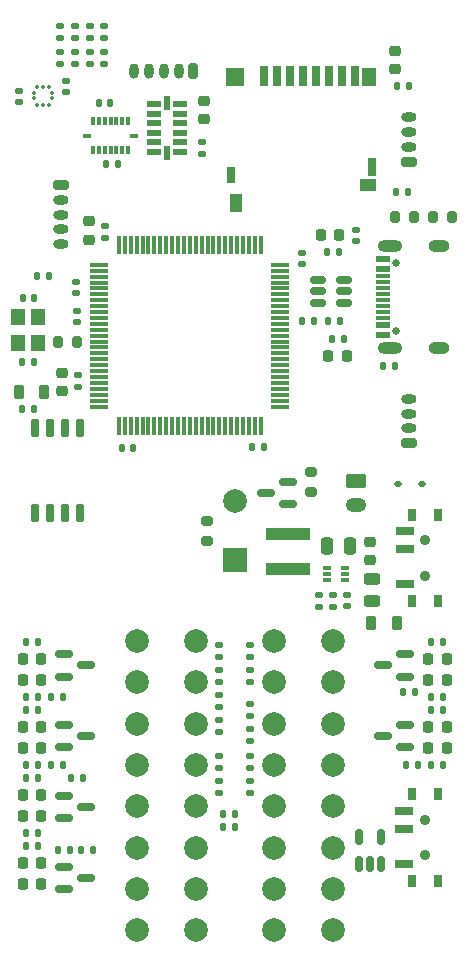
<source format=gts>
%TF.GenerationSoftware,KiCad,Pcbnew,7.0.2-0*%
%TF.CreationDate,2023-11-23T12:17:07+01:00*%
%TF.ProjectId,Flight Computer,466c6967-6874-4204-936f-6d7075746572,1.1*%
%TF.SameCoordinates,Original*%
%TF.FileFunction,Soldermask,Top*%
%TF.FilePolarity,Negative*%
%FSLAX46Y46*%
G04 Gerber Fmt 4.6, Leading zero omitted, Abs format (unit mm)*
G04 Created by KiCad (PCBNEW 7.0.2-0) date 2023-11-23 12:17:07*
%MOMM*%
%LPD*%
G01*
G04 APERTURE LIST*
G04 Aperture macros list*
%AMRoundRect*
0 Rectangle with rounded corners*
0 $1 Rounding radius*
0 $2 $3 $4 $5 $6 $7 $8 $9 X,Y pos of 4 corners*
0 Add a 4 corners polygon primitive as box body*
4,1,4,$2,$3,$4,$5,$6,$7,$8,$9,$2,$3,0*
0 Add four circle primitives for the rounded corners*
1,1,$1+$1,$2,$3*
1,1,$1+$1,$4,$5*
1,1,$1+$1,$6,$7*
1,1,$1+$1,$8,$9*
0 Add four rect primitives between the rounded corners*
20,1,$1+$1,$2,$3,$4,$5,0*
20,1,$1+$1,$4,$5,$6,$7,0*
20,1,$1+$1,$6,$7,$8,$9,0*
20,1,$1+$1,$8,$9,$2,$3,0*%
G04 Aperture macros list end*
%ADD10RoundRect,0.218750X-0.218750X-0.256250X0.218750X-0.256250X0.218750X0.256250X-0.218750X0.256250X0*%
%ADD11RoundRect,0.135000X-0.135000X-0.185000X0.135000X-0.185000X0.135000X0.185000X-0.135000X0.185000X0*%
%ADD12RoundRect,0.150000X-0.587500X-0.150000X0.587500X-0.150000X0.587500X0.150000X-0.587500X0.150000X0*%
%ADD13RoundRect,0.200000X-0.275000X0.200000X-0.275000X-0.200000X0.275000X-0.200000X0.275000X0.200000X0*%
%ADD14RoundRect,0.135000X-0.185000X0.135000X-0.185000X-0.135000X0.185000X-0.135000X0.185000X0.135000X0*%
%ADD15RoundRect,0.150000X0.587500X0.150000X-0.587500X0.150000X-0.587500X-0.150000X0.587500X-0.150000X0*%
%ADD16RoundRect,0.218750X0.218750X0.256250X-0.218750X0.256250X-0.218750X-0.256250X0.218750X-0.256250X0*%
%ADD17RoundRect,0.225000X0.250000X-0.225000X0.250000X0.225000X-0.250000X0.225000X-0.250000X-0.225000X0*%
%ADD18RoundRect,0.135000X0.185000X-0.135000X0.185000X0.135000X-0.185000X0.135000X-0.185000X-0.135000X0*%
%ADD19RoundRect,0.200000X0.200000X0.275000X-0.200000X0.275000X-0.200000X-0.275000X0.200000X-0.275000X0*%
%ADD20RoundRect,0.140000X0.140000X0.170000X-0.140000X0.170000X-0.140000X-0.170000X0.140000X-0.170000X0*%
%ADD21RoundRect,0.243750X0.456250X-0.243750X0.456250X0.243750X-0.456250X0.243750X-0.456250X-0.243750X0*%
%ADD22RoundRect,0.225000X-0.250000X0.225000X-0.250000X-0.225000X0.250000X-0.225000X0.250000X0.225000X0*%
%ADD23RoundRect,0.140000X-0.140000X-0.170000X0.140000X-0.170000X0.140000X0.170000X-0.140000X0.170000X0*%
%ADD24R,0.800000X1.000000*%
%ADD25C,0.900000*%
%ADD26R,1.500000X0.700000*%
%ADD27RoundRect,0.140000X0.170000X-0.140000X0.170000X0.140000X-0.170000X0.140000X-0.170000X-0.140000X0*%
%ADD28RoundRect,0.218750X0.218750X0.381250X-0.218750X0.381250X-0.218750X-0.381250X0.218750X-0.381250X0*%
%ADD29RoundRect,0.200000X0.450000X-0.200000X0.450000X0.200000X-0.450000X0.200000X-0.450000X-0.200000X0*%
%ADD30O,1.300000X0.800000*%
%ADD31RoundRect,0.140000X-0.170000X0.140000X-0.170000X-0.140000X0.170000X-0.140000X0.170000X0.140000X0*%
%ADD32RoundRect,0.135000X0.135000X0.185000X-0.135000X0.185000X-0.135000X-0.185000X0.135000X-0.185000X0*%
%ADD33R,3.700000X1.100000*%
%ADD34RoundRect,0.112500X-0.187500X-0.112500X0.187500X-0.112500X0.187500X0.112500X-0.187500X0.112500X0*%
%ADD35RoundRect,0.075000X-0.725000X-0.075000X0.725000X-0.075000X0.725000X0.075000X-0.725000X0.075000X0*%
%ADD36RoundRect,0.075000X-0.075000X-0.725000X0.075000X-0.725000X0.075000X0.725000X-0.075000X0.725000X0*%
%ADD37C,0.650000*%
%ADD38R,1.240000X0.600000*%
%ADD39R,1.240000X0.300000*%
%ADD40O,2.100000X1.000000*%
%ADD41O,1.800000X1.000000*%
%ADD42RoundRect,0.150000X0.150000X-0.512500X0.150000X0.512500X-0.150000X0.512500X-0.150000X-0.512500X0*%
%ADD43RoundRect,0.200000X0.200000X0.450000X-0.200000X0.450000X-0.200000X-0.450000X0.200000X-0.450000X0*%
%ADD44O,0.800000X1.300000*%
%ADD45RoundRect,0.150000X0.512500X0.150000X-0.512500X0.150000X-0.512500X-0.150000X0.512500X-0.150000X0*%
%ADD46R,0.700000X1.750000*%
%ADD47R,1.450000X1.000000*%
%ADD48R,1.000000X1.550000*%
%ADD49R,0.800000X1.500000*%
%ADD50R,1.300000X1.500000*%
%ADD51R,1.500000X1.500000*%
%ADD52R,0.800000X1.400000*%
%ADD53RoundRect,0.200000X0.275000X-0.200000X0.275000X0.200000X-0.275000X0.200000X-0.275000X-0.200000X0*%
%ADD54RoundRect,0.200000X-0.200000X-0.275000X0.200000X-0.275000X0.200000X0.275000X-0.200000X0.275000X0*%
%ADD55R,1.200000X1.400000*%
%ADD56RoundRect,0.012500X0.112500X-0.325000X0.112500X0.325000X-0.112500X0.325000X-0.112500X-0.325000X0*%
%ADD57RoundRect,0.012500X0.325000X-0.112500X0.325000X0.112500X-0.325000X0.112500X-0.325000X-0.112500X0*%
%ADD58RoundRect,0.200000X-0.450000X0.200000X-0.450000X-0.200000X0.450000X-0.200000X0.450000X0.200000X0*%
%ADD59RoundRect,0.250000X-0.250000X-0.475000X0.250000X-0.475000X0.250000X0.475000X-0.250000X0.475000X0*%
%ADD60RoundRect,0.012500X0.125000X-0.112500X0.125000X0.112500X-0.125000X0.112500X-0.125000X-0.112500X0*%
%ADD61RoundRect,0.012500X0.112500X-0.125000X0.112500X0.125000X-0.112500X0.125000X-0.112500X-0.125000X0*%
%ADD62RoundRect,0.027500X0.545000X0.247500X-0.545000X0.247500X-0.545000X-0.247500X0.545000X-0.247500X0*%
%ADD63RoundRect,0.027500X0.247500X0.545000X-0.247500X0.545000X-0.247500X-0.545000X0.247500X-0.545000X0*%
%ADD64RoundRect,0.150000X0.150000X-0.650000X0.150000X0.650000X-0.150000X0.650000X-0.150000X-0.650000X0*%
%ADD65R,0.700000X0.340000*%
%ADD66RoundRect,0.250000X-0.625000X0.350000X-0.625000X-0.350000X0.625000X-0.350000X0.625000X0.350000X0*%
%ADD67O,1.750000X1.200000*%
%ADD68C,2.000000*%
%ADD69R,2.000000X2.000000*%
G04 APERTURE END LIST*
D10*
%TO.C,D12*%
X85552500Y-73000000D03*
X87127500Y-73000000D03*
%TD*%
D11*
%TO.C,R3*%
X86750000Y-40490000D03*
X87770000Y-40490000D03*
%TD*%
D10*
%TO.C,D8*%
X85552500Y-80500000D03*
X87127500Y-80500000D03*
%TD*%
D12*
%TO.C,Q2*%
X89062500Y-90550000D03*
X89062500Y-92450000D03*
X90937500Y-91500000D03*
%TD*%
D13*
%TO.C,R18*%
X109950000Y-57135000D03*
X109950000Y-58785000D03*
%TD*%
D14*
%TO.C,R14*%
X104800000Y-78890000D03*
X104800000Y-79910000D03*
%TD*%
D15*
%TO.C,Q1*%
X108037500Y-59860000D03*
X108037500Y-57960000D03*
X106162500Y-58910000D03*
%TD*%
D10*
%TO.C,D9*%
X85552500Y-90250000D03*
X87127500Y-90250000D03*
%TD*%
D16*
%TO.C,D2*%
X112347500Y-37080000D03*
X110772500Y-37080000D03*
%TD*%
D14*
%TO.C,R13*%
X104800000Y-76790000D03*
X104800000Y-77810000D03*
%TD*%
D17*
%TO.C,C26*%
X114940000Y-64595000D03*
X114940000Y-63045000D03*
%TD*%
D18*
%TO.C,R9*%
X102200000Y-79110000D03*
X102200000Y-78090000D03*
%TD*%
D11*
%TO.C,R19*%
X116090000Y-48182500D03*
X117110000Y-48182500D03*
%TD*%
D10*
%TO.C,D10*%
X85552500Y-84500000D03*
X87127500Y-84500000D03*
%TD*%
D19*
%TO.C,R2*%
X90175000Y-46107500D03*
X88525000Y-46107500D03*
%TD*%
D11*
%TO.C,R59*%
X120150000Y-71500000D03*
X121170000Y-71500000D03*
%TD*%
D20*
%TO.C,C10*%
X86480000Y-47782500D03*
X85520000Y-47782500D03*
%TD*%
D21*
%TO.C,F2*%
X115090000Y-68077500D03*
X115090000Y-66202500D03*
%TD*%
D22*
%TO.C,C1*%
X100910000Y-25715000D03*
X100910000Y-27265000D03*
%TD*%
D23*
%TO.C,C8*%
X92020000Y-25870000D03*
X92980000Y-25870000D03*
%TD*%
D20*
%TO.C,C15*%
X94930000Y-55070000D03*
X93970000Y-55070000D03*
%TD*%
D11*
%TO.C,R47*%
X85830000Y-88750000D03*
X86850000Y-88750000D03*
%TD*%
D14*
%TO.C,R15*%
X102200000Y-71790000D03*
X102200000Y-72810000D03*
%TD*%
D18*
%TO.C,R35*%
X104800000Y-82210000D03*
X104800000Y-81190000D03*
%TD*%
%TO.C,R1*%
X111810000Y-68570000D03*
X111810000Y-67550000D03*
%TD*%
D24*
%TO.C,SW1*%
X118530000Y-68050000D03*
X120740000Y-68050000D03*
D25*
X119640000Y-65900000D03*
X119640000Y-62900000D03*
D24*
X118530000Y-60750000D03*
X120740000Y-60750000D03*
D26*
X117880000Y-66650000D03*
X117880000Y-63650000D03*
X117880000Y-62150000D03*
%TD*%
D16*
%TO.C,D4*%
X121447500Y-74750000D03*
X119872500Y-74750000D03*
%TD*%
D19*
%TO.C,R21*%
X118700000Y-35570000D03*
X117050000Y-35570000D03*
%TD*%
D18*
%TO.C,R53*%
X91250000Y-20390000D03*
X91250000Y-19370000D03*
%TD*%
D27*
%TO.C,C25*%
X113800000Y-37560000D03*
X113800000Y-36600000D03*
%TD*%
D28*
%TO.C,FB1*%
X87362500Y-50332500D03*
X85237500Y-50332500D03*
%TD*%
D29*
%TO.C,J8*%
X118270000Y-54690000D03*
D30*
X118270000Y-53440000D03*
X118270000Y-52190000D03*
X118270000Y-50940000D03*
%TD*%
D27*
%TO.C,C16*%
X90200000Y-49887500D03*
X90200000Y-48927500D03*
%TD*%
D11*
%TO.C,R37*%
X120150000Y-76150000D03*
X121170000Y-76150000D03*
%TD*%
D31*
%TO.C,C3*%
X89230000Y-23990000D03*
X89230000Y-24950000D03*
%TD*%
D32*
%TO.C,R46*%
X110180000Y-44350000D03*
X109160000Y-44350000D03*
%TD*%
D14*
%TO.C,R5*%
X110610000Y-67550000D03*
X110610000Y-68570000D03*
%TD*%
D32*
%TO.C,R17*%
X112720000Y-45850000D03*
X111700000Y-45850000D03*
%TD*%
D33*
%TO.C,L3*%
X108050000Y-65340000D03*
X108050000Y-62340000D03*
%TD*%
D11*
%TO.C,R58*%
X85830000Y-71500000D03*
X86850000Y-71500000D03*
%TD*%
D34*
%TO.C,D15*%
X117300000Y-58150000D03*
X119400000Y-58150000D03*
%TD*%
D16*
%TO.C,D13*%
X121447500Y-73000000D03*
X119872500Y-73000000D03*
%TD*%
D35*
%TO.C,U1*%
X92025000Y-39582500D03*
X92025000Y-40082500D03*
X92025000Y-40582500D03*
X92025000Y-41082500D03*
X92025000Y-41582500D03*
X92025000Y-42082500D03*
X92025000Y-42582500D03*
X92025000Y-43082500D03*
X92025000Y-43582500D03*
X92025000Y-44082500D03*
X92025000Y-44582500D03*
X92025000Y-45082500D03*
X92025000Y-45582500D03*
X92025000Y-46082500D03*
X92025000Y-46582500D03*
X92025000Y-47082500D03*
X92025000Y-47582500D03*
X92025000Y-48082500D03*
X92025000Y-48582500D03*
X92025000Y-49082500D03*
X92025000Y-49582500D03*
X92025000Y-50082500D03*
X92025000Y-50582500D03*
X92025000Y-51082500D03*
X92025000Y-51582500D03*
D36*
X93700000Y-53257500D03*
X94200000Y-53257500D03*
X94700000Y-53257500D03*
X95200000Y-53257500D03*
X95700000Y-53257500D03*
X96200000Y-53257500D03*
X96700000Y-53257500D03*
X97200000Y-53257500D03*
X97700000Y-53257500D03*
X98200000Y-53257500D03*
X98700000Y-53257500D03*
X99200000Y-53257500D03*
X99700000Y-53257500D03*
X100200000Y-53257500D03*
X100700000Y-53257500D03*
X101200000Y-53257500D03*
X101700000Y-53257500D03*
X102200000Y-53257500D03*
X102700000Y-53257500D03*
X103200000Y-53257500D03*
X103700000Y-53257500D03*
X104200000Y-53257500D03*
X104700000Y-53257500D03*
X105200000Y-53257500D03*
X105700000Y-53257500D03*
D35*
X107375000Y-51582500D03*
X107375000Y-51082500D03*
X107375000Y-50582500D03*
X107375000Y-50082500D03*
X107375000Y-49582500D03*
X107375000Y-49082500D03*
X107375000Y-48582500D03*
X107375000Y-48082500D03*
X107375000Y-47582500D03*
X107375000Y-47082500D03*
X107375000Y-46582500D03*
X107375000Y-46082500D03*
X107375000Y-45582500D03*
X107375000Y-45082500D03*
X107375000Y-44582500D03*
X107375000Y-44082500D03*
X107375000Y-43582500D03*
X107375000Y-43082500D03*
X107375000Y-42582500D03*
X107375000Y-42082500D03*
X107375000Y-41582500D03*
X107375000Y-41082500D03*
X107375000Y-40582500D03*
X107375000Y-40082500D03*
X107375000Y-39582500D03*
D36*
X105700000Y-37907500D03*
X105200000Y-37907500D03*
X104700000Y-37907500D03*
X104200000Y-37907500D03*
X103700000Y-37907500D03*
X103200000Y-37907500D03*
X102700000Y-37907500D03*
X102200000Y-37907500D03*
X101700000Y-37907500D03*
X101200000Y-37907500D03*
X100700000Y-37907500D03*
X100200000Y-37907500D03*
X99700000Y-37907500D03*
X99200000Y-37907500D03*
X98700000Y-37907500D03*
X98200000Y-37907500D03*
X97700000Y-37907500D03*
X97200000Y-37907500D03*
X96700000Y-37907500D03*
X96200000Y-37907500D03*
X95700000Y-37907500D03*
X95200000Y-37907500D03*
X94700000Y-37907500D03*
X94200000Y-37907500D03*
X93700000Y-37907500D03*
%TD*%
D16*
%TO.C,D5*%
X121447500Y-80500000D03*
X119872500Y-80500000D03*
%TD*%
D17*
%TO.C,C7*%
X91200000Y-37445000D03*
X91200000Y-35895000D03*
%TD*%
D32*
%TO.C,R39*%
X86850000Y-76150000D03*
X85830000Y-76150000D03*
%TD*%
D20*
%TO.C,C29*%
X86480000Y-51820000D03*
X85520000Y-51820000D03*
%TD*%
D32*
%TO.C,R27*%
X118160000Y-33432500D03*
X117140000Y-33432500D03*
%TD*%
D11*
%TO.C,R38*%
X120150000Y-81900000D03*
X121170000Y-81900000D03*
%TD*%
%TO.C,R33*%
X87920000Y-81900000D03*
X88940000Y-81900000D03*
%TD*%
D32*
%TO.C,R40*%
X86850000Y-87650000D03*
X85830000Y-87650000D03*
%TD*%
D37*
%TO.C,J7*%
X117160000Y-45212500D03*
X117160000Y-39432500D03*
D38*
X116040000Y-45522500D03*
X116040000Y-44722500D03*
D39*
X116040000Y-43572500D03*
X116040000Y-42572500D03*
X116040000Y-42072500D03*
X116040000Y-41072500D03*
D38*
X116040000Y-39922500D03*
X116040000Y-39122500D03*
X116040000Y-39122500D03*
X116040000Y-39922500D03*
D39*
X116040000Y-40572500D03*
X116040000Y-41572500D03*
X116040000Y-43072500D03*
X116040000Y-44072500D03*
D38*
X116040000Y-44722500D03*
X116040000Y-45522500D03*
D40*
X116640000Y-46642500D03*
D41*
X120840000Y-46642500D03*
D40*
X116640000Y-38002500D03*
D41*
X120840000Y-38002500D03*
%TD*%
D32*
%TO.C,R30*%
X118730000Y-75790000D03*
X117710000Y-75790000D03*
%TD*%
D14*
%TO.C,R12*%
X104800000Y-73890000D03*
X104800000Y-74910000D03*
%TD*%
D31*
%TO.C,C12*%
X109160000Y-38560000D03*
X109160000Y-39520000D03*
%TD*%
D28*
%TO.C,FB3*%
X117202500Y-69900000D03*
X115077500Y-69900000D03*
%TD*%
D42*
%TO.C,U8*%
X114020000Y-90337500D03*
X114970000Y-90337500D03*
X115920000Y-90337500D03*
X115920000Y-88062500D03*
X114020000Y-88062500D03*
%TD*%
D18*
%TO.C,R48*%
X92460000Y-22590000D03*
X92460000Y-21570000D03*
%TD*%
%TO.C,R8*%
X102200000Y-82210000D03*
X102200000Y-81190000D03*
%TD*%
D16*
%TO.C,D14*%
X121447500Y-78750000D03*
X119872500Y-78750000D03*
%TD*%
D10*
%TO.C,D11*%
X85552500Y-78750000D03*
X87127500Y-78750000D03*
%TD*%
D15*
%TO.C,Q7*%
X117937500Y-80450000D03*
X117937500Y-78550000D03*
X116062500Y-79500000D03*
%TD*%
D27*
%TO.C,C9*%
X90100000Y-42012500D03*
X90100000Y-41052500D03*
%TD*%
D10*
%TO.C,D3*%
X85552500Y-92000000D03*
X87127500Y-92000000D03*
%TD*%
D27*
%TO.C,C4*%
X85200000Y-25820000D03*
X85200000Y-24860000D03*
%TD*%
D18*
%TO.C,R49*%
X92460000Y-20390000D03*
X92460000Y-19370000D03*
%TD*%
D17*
%TO.C,C24*%
X88850000Y-50282500D03*
X88850000Y-48732500D03*
%TD*%
D14*
%TO.C,R16*%
X102200000Y-73890000D03*
X102200000Y-74910000D03*
%TD*%
D43*
%TO.C,J3*%
X100000000Y-23200000D03*
D44*
X98750000Y-23200000D03*
X97500000Y-23200000D03*
X96250000Y-23200000D03*
X95000000Y-23200000D03*
%TD*%
D45*
%TO.C,U2*%
X112787500Y-42782500D03*
X112787500Y-41832500D03*
X112787500Y-40882500D03*
X110512500Y-40882500D03*
X110512500Y-41832500D03*
X110512500Y-42782500D03*
%TD*%
D46*
%TO.C,J10*%
X105995000Y-23582500D03*
X107095000Y-23582500D03*
X108195000Y-23582500D03*
X109295000Y-23582500D03*
X110395000Y-23582500D03*
X111495000Y-23582500D03*
X112595000Y-23582500D03*
X113695000Y-23582500D03*
D47*
X114820000Y-32807500D03*
D48*
X103595000Y-34382500D03*
D49*
X115145000Y-31307500D03*
D50*
X114895000Y-23707500D03*
D51*
X103545000Y-23707500D03*
D52*
X103195000Y-31957500D03*
%TD*%
D53*
%TO.C,R28*%
X101150000Y-62945000D03*
X101150000Y-61295000D03*
%TD*%
D54*
%TO.C,R20*%
X120275000Y-35570000D03*
X121925000Y-35570000D03*
%TD*%
D11*
%TO.C,R4*%
X102490000Y-87200000D03*
X103510000Y-87200000D03*
%TD*%
D55*
%TO.C,Y1*%
X85175000Y-43982500D03*
X85175000Y-46182500D03*
X86875000Y-46182500D03*
X86875000Y-43982500D03*
%TD*%
D32*
%TO.C,R31*%
X119050000Y-81910000D03*
X118030000Y-81910000D03*
%TD*%
%TO.C,R36*%
X89530000Y-89160000D03*
X88510000Y-89160000D03*
%TD*%
D18*
%TO.C,R52*%
X91250000Y-22590000D03*
X91250000Y-21570000D03*
%TD*%
D32*
%TO.C,R41*%
X86850000Y-81900000D03*
X85830000Y-81900000D03*
%TD*%
D15*
%TO.C,Q6*%
X117937500Y-74450000D03*
X117937500Y-72550000D03*
X116062500Y-73500000D03*
%TD*%
D11*
%TO.C,R56*%
X85830000Y-83000000D03*
X86850000Y-83000000D03*
%TD*%
%TO.C,R57*%
X85830000Y-77250000D03*
X86850000Y-77250000D03*
%TD*%
D32*
%TO.C,R45*%
X112390000Y-44350000D03*
X111370000Y-44350000D03*
%TD*%
D29*
%TO.C,J9*%
X118300000Y-30857500D03*
D30*
X118300000Y-29607500D03*
X118300000Y-28357500D03*
X118300000Y-27107500D03*
%TD*%
D11*
%TO.C,R32*%
X87930000Y-76150000D03*
X88950000Y-76150000D03*
%TD*%
D18*
%TO.C,R7*%
X102200000Y-84310000D03*
X102200000Y-83290000D03*
%TD*%
%TO.C,R50*%
X88730000Y-22560000D03*
X88730000Y-21540000D03*
%TD*%
%TO.C,R55*%
X89980000Y-20390000D03*
X89980000Y-19370000D03*
%TD*%
D56*
%TO.C,U4*%
X91490000Y-27380000D03*
X91990000Y-27380000D03*
X92490000Y-27380000D03*
X92990000Y-27380000D03*
X93490000Y-27380000D03*
X93990000Y-27380000D03*
X94490000Y-27380000D03*
D57*
X95002500Y-28642500D03*
D56*
X94490000Y-29905000D03*
X93990000Y-29905000D03*
X93490000Y-29905000D03*
X92990000Y-29905000D03*
X92490000Y-29905000D03*
X91990000Y-29905000D03*
X91490000Y-29905000D03*
D57*
X90977500Y-28642500D03*
%TD*%
D18*
%TO.C,R10*%
X102200000Y-77010000D03*
X102200000Y-75990000D03*
%TD*%
D12*
%TO.C,Q5*%
X89062500Y-78550000D03*
X89062500Y-80450000D03*
X90937500Y-79500000D03*
%TD*%
D10*
%TO.C,D6*%
X85552500Y-74750000D03*
X87127500Y-74750000D03*
%TD*%
D24*
%TO.C,SW2*%
X118490000Y-91720000D03*
X120700000Y-91720000D03*
D25*
X119600000Y-89570000D03*
X119600000Y-86570000D03*
D24*
X118490000Y-84420000D03*
X120700000Y-84420000D03*
D26*
X117840000Y-90320000D03*
X117840000Y-87320000D03*
X117840000Y-85820000D03*
%TD*%
D27*
%TO.C,C27*%
X112980000Y-68510000D03*
X112980000Y-67550000D03*
%TD*%
D32*
%TO.C,R6*%
X103510000Y-86080000D03*
X102490000Y-86080000D03*
%TD*%
D11*
%TO.C,R29*%
X89660000Y-83058000D03*
X90680000Y-83058000D03*
%TD*%
D58*
%TO.C,J5*%
X88760000Y-32840000D03*
D30*
X88760000Y-34090000D03*
X88760000Y-35340000D03*
X88760000Y-36590000D03*
X88760000Y-37840000D03*
%TD*%
D14*
%TO.C,R11*%
X104800000Y-71790000D03*
X104800000Y-72810000D03*
%TD*%
D59*
%TO.C,C30*%
X111330000Y-63360000D03*
X113230000Y-63360000D03*
%TD*%
D60*
%TO.C,U5*%
X86537500Y-25002500D03*
X86537500Y-25502500D03*
D61*
X86800000Y-26015000D03*
X87300000Y-26015000D03*
X87800000Y-26015000D03*
D60*
X88062500Y-25502500D03*
X88062500Y-25002500D03*
D61*
X87800000Y-24490000D03*
X87300000Y-24490000D03*
X86800000Y-24490000D03*
%TD*%
D22*
%TO.C,C28*%
X117070000Y-21495000D03*
X117070000Y-23045000D03*
%TD*%
D18*
%TO.C,R51*%
X88730000Y-20360000D03*
X88730000Y-19340000D03*
%TD*%
D12*
%TO.C,Q3*%
X89062500Y-84550000D03*
X89062500Y-86450000D03*
X90937500Y-85500000D03*
%TD*%
D16*
%TO.C,D1*%
X112987500Y-47270000D03*
X111412500Y-47270000D03*
%TD*%
D20*
%TO.C,C13*%
X105955000Y-55020000D03*
X104995000Y-55020000D03*
%TD*%
D62*
%TO.C,U3*%
X98900000Y-30010000D03*
X98900000Y-29210000D03*
X98900000Y-28410000D03*
X98900000Y-27610000D03*
X98900000Y-26810000D03*
X98900000Y-26010000D03*
D63*
X97802500Y-25912500D03*
D62*
X96705000Y-26010000D03*
X96705000Y-26810000D03*
X96705000Y-27610000D03*
X96705000Y-28410000D03*
X96705000Y-29210000D03*
X96705000Y-30010000D03*
D63*
X97802500Y-30107500D03*
%TD*%
D10*
%TO.C,D7*%
X85552500Y-86250000D03*
X87127500Y-86250000D03*
%TD*%
D64*
%TO.C,U7*%
X86595000Y-60620000D03*
X87865000Y-60620000D03*
X89135000Y-60620000D03*
X90405000Y-60620000D03*
X90405000Y-53420000D03*
X89135000Y-53420000D03*
X87865000Y-53420000D03*
X86595000Y-53420000D03*
%TD*%
D27*
%TO.C,C2*%
X100700000Y-30162500D03*
X100700000Y-29202500D03*
%TD*%
D32*
%TO.C,R26*%
X118290000Y-24480000D03*
X117270000Y-24480000D03*
%TD*%
%TO.C,R24*%
X112300000Y-38475000D03*
X111280000Y-38475000D03*
%TD*%
D23*
%TO.C,C6*%
X85570000Y-42382500D03*
X86530000Y-42382500D03*
%TD*%
D18*
%TO.C,R54*%
X89980000Y-22560000D03*
X89980000Y-21540000D03*
%TD*%
D20*
%TO.C,C5*%
X93580000Y-31020000D03*
X92620000Y-31020000D03*
%TD*%
D11*
%TO.C,R34*%
X90500000Y-89170000D03*
X91520000Y-89170000D03*
%TD*%
D27*
%TO.C,C11*%
X92550000Y-37300000D03*
X92550000Y-36340000D03*
%TD*%
D18*
%TO.C,R25*%
X104800000Y-84310000D03*
X104800000Y-83290000D03*
%TD*%
D11*
%TO.C,R60*%
X120150000Y-77250000D03*
X121170000Y-77250000D03*
%TD*%
D65*
%TO.C,U6*%
X112830000Y-66270000D03*
X112830000Y-65770000D03*
X112830000Y-65270000D03*
X111330000Y-65270000D03*
X111330000Y-65770000D03*
X111330000Y-66270000D03*
%TD*%
D27*
%TO.C,C14*%
X90150000Y-44437500D03*
X90150000Y-43477500D03*
%TD*%
D12*
%TO.C,Q8*%
X89062500Y-72550000D03*
X89062500Y-74450000D03*
X90937500Y-73500000D03*
%TD*%
D66*
%TO.C,J4*%
X113800000Y-57900000D03*
D67*
X113800000Y-59900000D03*
%TD*%
D68*
%TO.C,J2*%
X95200000Y-95920000D03*
X100200000Y-95920000D03*
X95200000Y-92420000D03*
X100200000Y-92420000D03*
X95200000Y-88920000D03*
X100200000Y-88920000D03*
X95200000Y-85420000D03*
X100200000Y-85420000D03*
X95200000Y-81920000D03*
X100200000Y-81920000D03*
X95200000Y-78420000D03*
X100200000Y-78420000D03*
X95200000Y-74920000D03*
X100200000Y-74920000D03*
X95200000Y-71420000D03*
X100200000Y-71420000D03*
%TD*%
D69*
%TO.C,BZ1*%
X103500000Y-64590000D03*
D68*
X103500000Y-59590000D03*
%TD*%
%TO.C,J1*%
X111790000Y-71420000D03*
X106790000Y-71420000D03*
X111790000Y-74920000D03*
X106790000Y-74920000D03*
X111790000Y-78420000D03*
X106790000Y-78420000D03*
X111790000Y-81920000D03*
X106790000Y-81920000D03*
X111790000Y-85420000D03*
X106790000Y-85420000D03*
X111790000Y-88920000D03*
X106790000Y-88920000D03*
X111790000Y-92420000D03*
X106790000Y-92420000D03*
X111790000Y-95920000D03*
X106790000Y-95920000D03*
%TD*%
M02*

</source>
